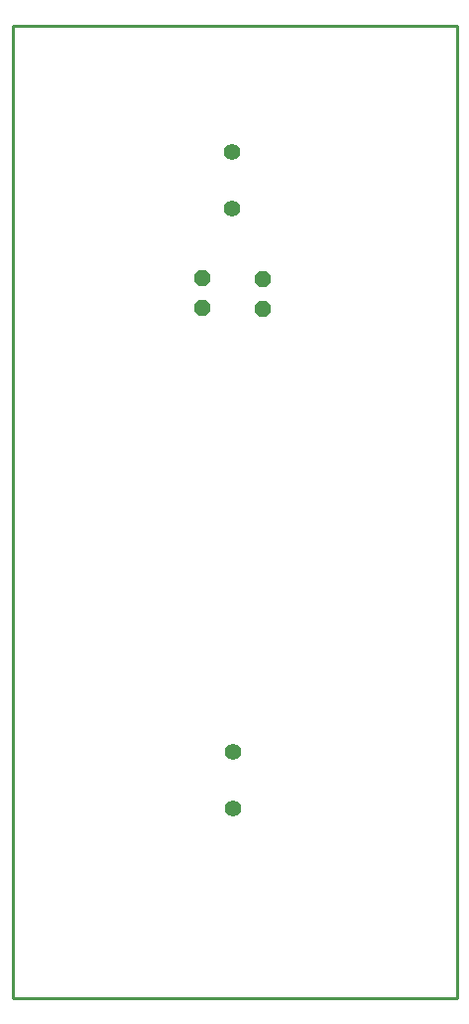
<source format=gbs>
G75*
G70*
%OFA0B0*%
%FSLAX24Y24*%
%IPPOS*%
%LPD*%
%AMOC8*
5,1,8,0,0,1.08239X$1,22.5*
%
%ADD10C,0.0098*%
%ADD11C,0.0560*%
%ADD12OC8,0.0560*%
D10*
X000156Y000156D02*
X000156Y032783D01*
X015081Y032783D01*
X015083Y032781D01*
X015083Y000156D01*
X000156Y000156D01*
D11*
X007574Y006513D03*
X007574Y008413D03*
X007521Y026657D03*
X007521Y028557D03*
D12*
X006533Y024312D03*
X006533Y023312D03*
X008548Y023305D03*
X008548Y024305D03*
M02*

</source>
